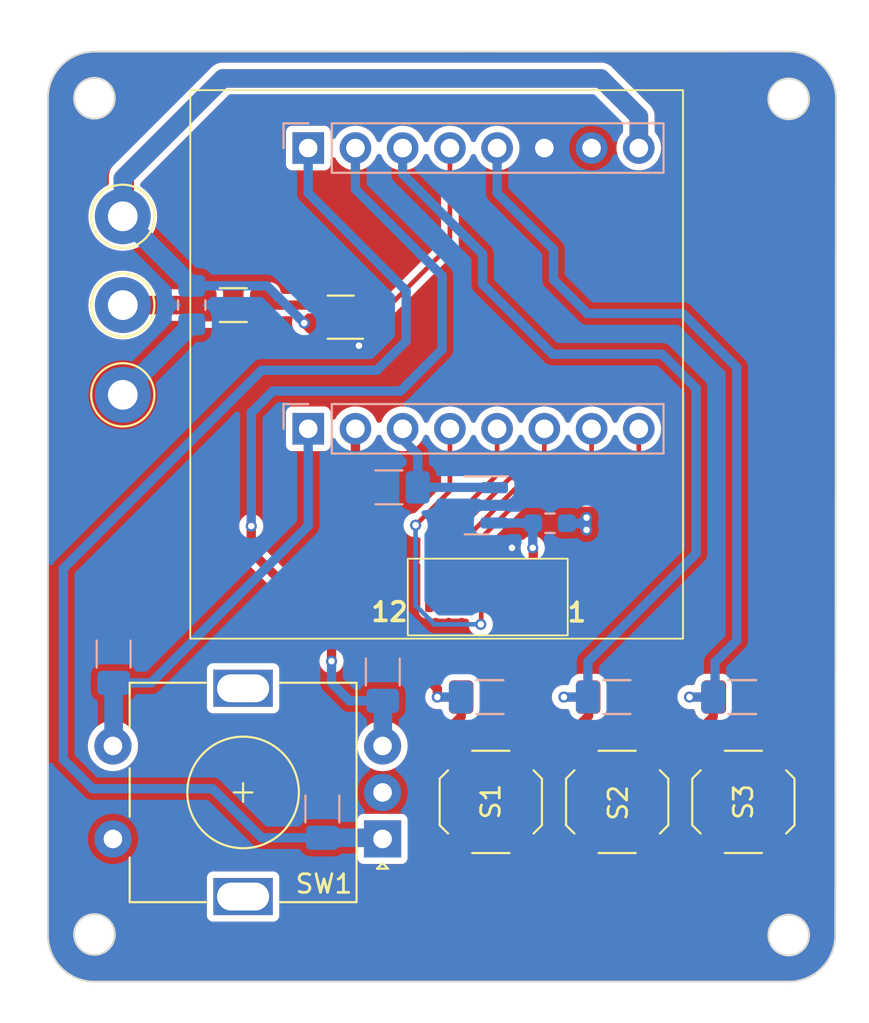
<source format=kicad_pcb>
(kicad_pcb (version 20221018) (generator pcbnew)
  (layers (0 "F.Cu" signal) (31 "B.Cu" signal) (34 "B.Paste" user) (35 "F.Paste" user) (36 "B.SilkS" user "B.Silkscreen") (37 "F.SilkS" user "F.Silkscreen") (38 "B.Mask" user) (39 "F.Mask" user) (44 "Edge.Cuts" user))
  (net 0 "")
  (net 1 "/BTN1")
  (net 2 "GND")
  (net 3 "Net-(D1-LEDA)")
  (net 4 "+3.3V")
  (net 5 "/D{slash}C")
  (net 6 "/DRVR_ON")
  (net 7 "/SCLK")
  (net 8 "/MOSI")
  (net 9 "/RST")
  (net 10 "/ENC1A")
  (net 11 "/ENC1B")
  (net 12 "+5V")
  (net 13 "/SW1")
  (net 14 "/TFT_ON")
  (net 15 "/BTN2")
  (net 16 "/Neo_In")
  (net 17 "/BTN3")
  (net 18 "Net-(J3-Pin_1)")
  (net 19 "Net-(U1-B)")
  (footprint "Button_Switch_SMD:SW_SPST_TL3342" (layer "F.Cu") (at 62.3824 65.3272 90)
    (fp_text reference "S3" (at 0 0 90) (layer "F.SilkS"))
    (fp_text value "RKB2SJM250SMTR_LFS" hide)
    (fp_line (start -2.75 -1) (end -2.75 1) (stroke (width 0.12)) (layer "F.SilkS"))
    (fp_line (start -1.7 -2.3) (end -1.25 -2.75) (stroke (width 0.12)) (layer "F.SilkS"))
    (fp_line (start -1.7 2.3) (end -1.25 2.75) (stroke (width 0.12)) (layer "F.SilkS"))
    (fp_line (start -1.25 -2.75) (end 1.25 -2.75) (stroke (width 0.12)) (layer "F.SilkS"))
    (fp_line (start -1.25 2.75) (end 1.25 2.75) (stroke (width 0.12)) (layer "F.SilkS"))
    (fp_line (start 1.7 -2.3) (end 1.25 -2.75) (stroke (width 0.12)) (layer "F.SilkS"))
    (fp_line (start 1.7 2.3) (end 1.25 2.75) (stroke (width 0.12)) (layer "F.SilkS"))
    (fp_line (start 2.75 -1) (end 2.75 1) (stroke (width 0.12)) (layer "F.SilkS"))
    (pad "1" smd rect (at -3.15 -1.9 90) (size 1.7 1) (layers "F.Cu" "F.Paste" "F.Mask") (net 17 "/BTN3"))
    (pad "1" smd rect (at 3.15 -1.9 90) (size 1.7 1) (layers "F.Cu" "F.Paste" "F.Mask") (net 17 "/BTN3"))
    (pad "2" smd rect (at -3.15 1.9 90) (size 1.7 1) (layers "F.Cu" "F.Paste" "F.Mask") (net 2 "GND"))
    (pad "2" smd rect (at 3.15 1.9 90) (size 1.7 1) (layers "F.Cu" "F.Paste" "F.Mask") (net 2 "GND"))
  )
  (footprint "Resistor_SMD:R_1206_3216Metric_Pad1.30x1.75mm_HandSolder" (layer "F.Cu") (at 34.9504 38.608 180)
    (fp_text reference "R3" hide)
    (fp_text value "220")
    (fp_line (start -0.727064 -0.91) (end 0.727064 -0.91) (stroke (width 0.12)) (layer "F.SilkS"))
    (fp_line (start -0.727064 0.91) (end 0.727064 0.91) (stroke (width 0.12)) (layer "F.SilkS"))
    (pad "1" smd roundrect (at -1.55 0 180) (size 1.3 1.75) (layers "F.Cu" "F.Paste" "F.Mask") (roundrect_rratio 0.1923076923) (net 19 "Net-(U1-B)"))
    (pad "2" smd roundrect (at 1.55 0 180) (size 1.3 1.75) (layers "F.Cu" "F.Paste" "F.Mask") (roundrect_rratio 0.1923076923) (net 18 "Net-(J3-Pin_1)"))
  )
  (footprint "1.Connectors_&_soldering_pads_Library:12pin_SPI_Display_connector_ST7789" (layer "F.Cu") (at 32.63565 56.5472)
    (fp_text reference "D1" hide)
    (fp_text value "~" hide)
    (fp_text user "1" (at 21.4 -0.825 unlocked) (layer "F.SilkS") (effects (font (thickness 0.2) bold) (justify right bottom)))
    (fp_text user "12" (at 11.8 -0.85 unlocked) (layer "F.SilkS") (effects (font (thickness 0.2) bold) (justify right bottom)))
    (fp_rect (start 0 -29.5) (end 26.5 0) (stroke (width 0.1)) (fill none) (layer "F.SilkS"))
    (fp_rect (start 11.7 -4.3) (end 20.3 -0.175) (stroke (width 0.1)) (fill none) (layer "F.SilkS"))
    (pad "1" smd roundrect (at 19.84675 -2.75 90) (size 2.65 0.4435) (layers "F.Cu" "F.Paste" "F.Mask") (net 2 "GND"))
    (pad "2" smd roundrect (at 19.15 -2.75 90) (size 2.65 0.4435) (layers "F.Cu" "F.Paste" "F.Mask") (net 2 "GND"))
    (pad "3" smd roundrect (at 18.44675 -2.75 90) (size 2.65 0.4435) (layers "F.Cu" "F.Paste" "F.Mask") (net 3 "Net-(D1-LEDA)"))
    (pad "4" smd roundrect (at 17.75 -2.75 90) (size 2.65 0.4435) (layers "F.Cu" "F.Paste" "F.Mask") (net 4 "+3.3V"))
    (pad "5" smd roundrect (at 17.04675 -2.75 90) (size 2.65 0.4435) (layers "F.Cu" "F.Paste" "F.Mask") (net 2 "GND"))
    (pad "6" smd roundrect (at 16.35 -2.75 90) (size 2.65 0.4435) (layers "F.Cu" "F.Paste" "F.Mask") (net 2 "GND"))
    (pad "7" smd roundrect (at 15.65 -2.75 90) (size 2.65 0.4435) (layers "F.Cu" "F.Paste" "F.Mask") (net 5 "/D{slash}C"))
    (pad "8" smd roundrect (at 14.94675 -2.75 90) (size 2.65 0.4435) (layers "F.Cu" "F.Paste" "F.Mask") (net 6 "/DRVR_ON"))
    (pad "9" smd roundrect (at 14.25 -2.75 90) (size 2.65 0.4435) (layers "F.Cu" "F.Paste" "F.Mask") (net 7 "/SCLK"))
    (pad "10" smd roundrect (at 13.54675 -2.75 90) (size 2.65 0.4435) (layers "F.Cu" "F.Paste" "F.Mask") (net 8 "/MOSI"))
    (pad "11" smd roundrect (at 12.85 -2.75 90) (size 2.65 0.4435) (layers "F.Cu" "F.Paste" "F.Mask") (net 9 "/RST"))
    (pad "12" smd roundrect (at 12.15 -2.75 90) (size 2.65 0.4435) (layers "F.Cu" "F.Paste" "F.Mask") (net 2 "GND"))
  )
  (footprint "Capacitor_SMD:C_1206_3216Metric_Pad1.33x1.80mm_HandSolder" (layer "F.Cu") (at 62.352 59.6888)
    (fp_text reference "C1" hide)
    (fp_text value "0.1uF")
    (fp_line (start -0.711252 -0.91) (end 0.711252 -0.91) (stroke (width 0.12)) (layer "F.SilkS"))
    (fp_line (start -0.711252 0.91) (end 0.711252 0.91) (stroke (width 0.12)) (layer "F.SilkS"))
    (pad "1" smd roundrect (at -1.5625 0) (size 1.325 1.8) (layers "F.Cu" "F.Paste" "F.Mask") (roundrect_rratio 0.1886792453) (net 17 "/BTN3"))
    (pad "2" smd roundrect (at 1.5625 0) (size 1.325 1.8) (layers "F.Cu" "F.Paste" "F.Mask") (roundrect_rratio 0.1886792453) (net 2 "GND"))
  )
  (footprint "TestPoint:TestPoint_Loop_D2.60mm_Drill1.6mm_Beaded" (layer "F.Cu") (at 29.0068 43.434)
    (fp_text reference "J5" hide)
    (fp_text value "Conn_01x01_Pin" hide)
    (fp_circle (center 0 0) (end 1.7 0) (stroke (width 0.12)) (fill none) (layer "F.SilkS"))
    (pad "1" thru_hole circle (at 0 0) (size 3 3) (drill 1.6) (layers "*.Cu" "*.Mask") (net 2 "GND"))
  )
  (footprint "Button_Switch_SMD:SW_SPST_TL3342" (layer "F.Cu") (at 55.5956 65.3284 90)
    (fp_text reference "S2" (at -0.0508 0.0508 90) (layer "F.SilkS"))
    (fp_text value "RKB2SJM250SMTR_LFS" hide)
    (fp_line (start -2.75 -1) (end -2.75 1) (stroke (width 0.12)) (layer "F.SilkS"))
    (fp_line (start -1.7 -2.3) (end -1.25 -2.75) (stroke (width 0.12)) (layer "F.SilkS"))
    (fp_line (start -1.7 2.3) (end -1.25 2.75) (stroke (width 0.12)) (layer "F.SilkS"))
    (fp_line (start -1.25 -2.75) (end 1.25 -2.75) (stroke (width 0.12)) (layer "F.SilkS"))
    (fp_line (start -1.25 2.75) (end 1.25 2.75) (stroke (width 0.12)) (layer "F.SilkS"))
    (fp_line (start 1.7 -2.3) (end 1.25 -2.75) (stroke (width 0.12)) (layer "F.SilkS"))
    (fp_line (start 1.7 2.3) (end 1.25 2.75) (stroke (width 0.12)) (layer "F.SilkS"))
    (fp_line (start 2.75 -1) (end 2.75 1) (stroke (width 0.12)) (layer "F.SilkS"))
    (pad "1" smd rect (at -3.15 -1.9 90) (size 1.7 1) (layers "F.Cu" "F.Paste" "F.Mask") (net 15 "/BTN2"))
    (pad "1" smd rect (at 3.15 -1.9 90) (size 1.7 1) (layers "F.Cu" "F.Paste" "F.Mask") (net 15 "/BTN2"))
    (pad "2" smd rect (at -3.15 1.9 90) (size 1.7 1) (layers "F.Cu" "F.Paste" "F.Mask") (net 2 "GND"))
    (pad "2" smd rect (at 3.15 1.9 90) (size 1.7 1) (layers "F.Cu" "F.Paste" "F.Mask") (net 2 "GND"))
  )
  (footprint "TestPoint:TestPoint_Loop_D2.60mm_Drill1.6mm_Beaded" (layer "F.Cu") (at 29.0068 38.608 180)
    (fp_text reference "J3" hide)
    (fp_text value "Conn_01x01_Pin" hide)
    (fp_circle (center 0 0) (end 1.7 0) (stroke (width 0.12)) (fill none) (layer "F.SilkS"))
    (pad "1" thru_hole circle (at 0 0 180) (size 3 3) (drill 1.6) (layers "*.Cu" "*.Mask") (net 18 "Net-(J3-Pin_1)"))
  )
  (footprint "Package_TO_SOT_SMD:SOT-363_SC-70-6" (layer "F.Cu") (at 40.7264 39.258 180)
    (fp_text reference "U1" hide)
    (fp_text value "SN74LVC1T45DCK" hide)
    (fp_line (start -0.7 1.16) (end 0.7 1.16) (stroke (width 0.12)) (layer "F.SilkS"))
    (fp_line (start 0.7 -1.16) (end -1.2 -1.16) (stroke (width 0.12)) (layer "F.SilkS"))
    (pad "1" smd rect (at -0.95 -0.65 180) (size 0.65 0.4) (layers "F.Cu" "F.Paste" "F.Mask") (net 4 "+3.3V"))
    (pad "2" smd rect (at -0.95 0 180) (size 0.65 0.4) (layers "F.Cu" "F.Paste" "F.Mask") (net 2 "GND"))
    (pad "3" smd rect (at -0.95 0.65 180) (size 0.65 0.4) (layers "F.Cu" "F.Paste" "F.Mask") (net 16 "/Neo_In"))
    (pad "4" smd rect (at 0.95 0.65 180) (size 0.65 0.4) (layers "F.Cu" "F.Paste" "F.Mask") (net 19 "Net-(U1-B)"))
    (pad "5" smd rect (at 0.95 0 180) (size 0.65 0.4) (layers "F.Cu" "F.Paste" "F.Mask") (net 12 "+5V"))
    (pad "6" smd rect (at 0.95 -0.65 180) (size 0.65 0.4) (layers "F.Cu" "F.Paste" "F.Mask") (net 12 "+5V"))
  )
  (footprint "Button_Switch_SMD:SW_SPST_TL3342" (layer "F.Cu") (at 48.7984 65.3292 90)
    (fp_text reference "S1" (at 0.0204 -0.0004 90) (layer "F.SilkS"))
    (fp_text value "RKB2SJM250SMTR_LFS" hide)
    (fp_line (start -2.75 -1) (end -2.75 1) (stroke (width 0.12)) (layer "F.SilkS"))
    (fp_line (start -1.7 -2.3) (end -1.25 -2.75) (stroke (width 0.12)) (layer "F.SilkS"))
    (fp_line (start -1.7 2.3) (end -1.25 2.75) (stroke (width 0.12)) (layer "F.SilkS"))
    (fp_line (start -1.25 -2.75) (end 1.25 -2.75) (stroke (width 0.12)) (layer "F.SilkS"))
    (fp_line (start -1.25 2.75) (end 1.25 2.75) (stroke (width 0.12)) (layer "F.SilkS"))
    (fp_line (start 1.7 -2.3) (end 1.25 -2.75) (stroke (width 0.12)) (layer "F.SilkS"))
    (fp_line (start 1.7 2.3) (end 1.25 2.75) (stroke (width 0.12)) (layer "F.SilkS"))
    (fp_line (start 2.75 -1) (end 2.75 1) (stroke (width 0.12)) (layer "F.SilkS"))
    (pad "1" smd rect (at -3.15 -1.9 90) (size 1.7 1) (layers "F.Cu" "F.Paste" "F.Mask") (net 1 "/BTN1"))
    (pad "1" smd rect (at 3.15 -1.9 90) (size 1.7 1) (layers "F.Cu" "F.Paste" "F.Mask") (net 1 "/BTN1"))
    (pad "2" smd rect (at -3.15 1.9 90) (size 1.7 1) (layers "F.Cu" "F.Paste" "F.Mask") (net 2 "GND"))
    (pad "2" smd rect (at 3.15 1.9 90) (size 1.7 1) (layers "F.Cu" "F.Paste" "F.Mask") (net 2 "GND"))
  )
  (footprint "Capacitor_SMD:C_1206_3216Metric_Pad1.33x1.80mm_HandSolder" (layer "F.Cu") (at 55.5956 59.6896)
    (fp_text reference "C3" hide)
    (fp_text value "0.1uF")
    (fp_line (start -0.711252 -0.91) (end 0.711252 -0.91) (stroke (width 0.12)) (layer "F.SilkS"))
    (fp_line (start -0.711252 0.91) (end 0.711252 0.91) (stroke (width 0.12)) (layer "F.SilkS"))
    (pad "1" smd roundrect (at -1.5625 0) (size 1.325 1.8) (layers "F.Cu" "F.Paste" "F.Mask") (roundrect_rratio 0.1886792453) (net 15 "/BTN2"))
    (pad "2" smd roundrect (at 1.5625 0) (size 1.325 1.8) (layers "F.Cu" "F.Paste" "F.Mask") (roundrect_rratio 0.1886792453) (net 2 "GND"))
  )
  (footprint "Capacitor_SMD:C_1206_3216Metric_Pad1.33x1.80mm_HandSolder" (layer "F.Cu") (at 48.768 59.69)
    (fp_text reference "C4" hide)
    (fp_text value "0.1uF")
    (fp_line (start -0.711252 -0.91) (end 0.711252 -0.91) (stroke (width 0.12)) (layer "F.SilkS"))
    (fp_line (start -0.711252 0.91) (end 0.711252 0.91) (stroke (width 0.12)) (layer "F.SilkS"))
    (pad "1" smd roundrect (at -1.5625 0) (size 1.325 1.8) (layers "F.Cu" "F.Paste" "F.Mask") (roundrect_rratio 0.1886792453) (net 1 "/BTN1"))
    (pad "2" smd roundrect (at 1.5625 0) (size 1.325 1.8) (layers "F.Cu" "F.Paste" "F.Mask") (roundrect_rratio 0.1886792453) (net 2 "GND"))
  )
  (footprint "Rotary_Encoder:RotaryEncoder_Alps_EC11E-Switch_Vertical_H20mm" (layer "F.Cu") (at 42.97725 67.3196 180)
    (fp_text reference "SW1" (at 3.1496 -2.4168) (layer "F.SilkS"))
    (fp_text value "RotaryEncoder_Switch" hide)
    (fp_line (start -0.3 -1.6) (end 0.3 -1.6) (stroke (width 0.12)) (layer "F.SilkS"))
    (fp_line (start 0 -1.3) (end -0.3 -1.6) (stroke (width 0.12)) (layer "F.SilkS"))
    (fp_line (start 0.3 -1.6) (end 0 -1.3) (stroke (width 0.12)) (layer "F.SilkS"))
    (fp_line (start 1.4 -3.4) (end 1.4 8.4) (stroke (width 0.12)) (layer "F.SilkS"))
    (fp_line (start 5.5 -3.4) (end 1.4 -3.4) (stroke (width 0.12)) (layer "F.SilkS"))
    (fp_line (start 5.5 8.4) (end 1.4 8.4) (stroke (width 0.12)) (layer "F.SilkS"))
    (fp_line (start 7 2.5) (end 8 2.5) (stroke (width 0.12)) (layer "F.SilkS"))
    (fp_line (start 7.5 2) (end 7.5 3) (stroke (width 0.12)) (layer "F.SilkS"))
    (fp_line (start 9.5 -3.4) (end 13.6 -3.4) (stroke (width 0.12)) (layer "F.SilkS"))
    (fp_line (start 13.6 -3.4) (end 13.6 -1) (stroke (width 0.12)) (layer "F.SilkS"))
    (fp_line (start 13.6 1.2) (end 13.6 3.8) (stroke (width 0.12)) (layer "F.SilkS"))
    (fp_line (start 13.6 6) (end 13.6 8.4) (stroke (width 0.12)) (layer "F.SilkS"))
    (fp_line (start 13.6 8.4) (end 9.5 8.4) (stroke (width 0.12)) (layer "F.SilkS"))
    (fp_circle (center 7.5 2.5) (end 10.5 2.5) (stroke (width 0.12)) (fill none) (layer "F.SilkS"))
    (pad "A" thru_hole rect (at 0 0 180) (size 2 2) (drill 1) (layers "*.Cu" "*.Mask") (net 10 "/ENC1A"))
    (pad "B" thru_hole circle (at 0 5 180) (size 2 2) (drill 1) (layers "*.Cu" "*.Mask") (net 11 "/ENC1B"))
    (pad "C" thru_hole circle (at 0 2.5 180) (size 2 2) (drill 1) (layers "*.Cu" "*.Mask") (net 2 "GND"))
    (pad "MP" thru_hole rect (at 7.5 -3.1 180) (size 3.2 2) (drill oval 2.8 1.5) (layers "*.Cu" "*.Mask"))
    (pad "MP" thru_hole rect (at 7.5 8.1 180) (size 3.2 2) (drill oval 2.8 1.5) (layers "*.Cu" "*.Mask"))
    (pad "S1" thru_hole circle (at 14.5 5 180) (size 2 2) (drill 1) (layers "*.Cu" "*.Mask") (net 13 "/SW1"))
    (pad "S2" thru_hole circle (at 14.5 0 180) (size 2 2) (drill 1) (layers "*.Cu" "*.Mask") (net 2 "GND"))
  )
  (footprint "TestPoint:TestPoint_Loop_D2.60mm_Drill1.6mm_Beaded" (layer "F.Cu") (at 29.0068 33.8328)
    (fp_text reference "J4" hide)
    (fp_text value "Conn_01x01_Pin" hide)
    (fp_circle (center 0 0) (end 1.7 0) (stroke (width 0.12)) (fill none) (layer "F.SilkS"))
    (pad "1" thru_hole circle (at 0 0) (size 3 3) (drill 1.6) (layers "*.Cu" "*.Mask") (net 12 "+5V"))
  )
  (footprint "Resistor_SMD:R_1206_3216Metric_Pad1.30x1.75mm_HandSolder" (layer "B.Cu") (at 55.5696 59.6888 180)
    (fp_text reference "R4" hide)
    (fp_text value "1k")
    (fp_line (start -0.727064 -0.91) (end 0.727064 -0.91) (stroke (width 0.12)) (layer "B.SilkS"))
    (fp_line (start -0.727064 0.91) (end 0.727064 0.91) (stroke (width 0.12)) (layer "B.SilkS"))
    (pad "1" smd roundrect (at -1.55 0 180) (size 1.3 1.75) (layers "B.Cu" "B.Paste" "B.Mask") (roundrect_rratio 0.1923076923) (net 4 "+3.3V"))
    (pad "2" smd roundrect (at 1.55 0 180) (size 1.3 1.75) (layers "B.Cu" "B.Paste" "B.Mask") (roundrect_rratio 0.1923076923) (net 15 "/BTN2"))
  )
  (footprint "Resistor_SMD:R_1206_3216Metric_Pad1.30x1.75mm_HandSolder" (layer "B.Cu") (at 62.3068 59.69 180)
    (fp_text reference "R6" hide)
    (fp_text value "1k")
    (fp_line (start -0.727064 -0.91) (end 0.727064 -0.91) (stroke (width 0.12)) (layer "B.SilkS"))
    (fp_line (start -0.727064 0.91) (end 0.727064 0.91) (stroke (width 0.12)) (layer "B.SilkS"))
    (pad "1" smd roundrect (at -1.55 0 180) (size 1.3 1.75) (layers "B.Cu" "B.Paste" "B.Mask") (roundrect_rratio 0.1923076923) (net 4 "+3.3V"))
    (pad "2" smd roundrect (at 1.55 0 180) (size 1.3 1.75) (layers "B.Cu" "B.Paste" "B.Mask") (roundrect_rratio 0.1923076923) (net 17 "/BTN3"))
  )
  (footprint "Resistor_SMD:R_1206_3216Metric_Pad1.30x1.75mm_HandSolder" (layer "B.Cu") (at 42.99165 58.342 -90)
    (fp_text reference "R7" hide)
    (fp_text value "1k")
    (fp_line (start -0.727064 -0.91) (end 0.727064 -0.91) (stroke (width 0.12)) (layer "B.SilkS"))
    (fp_line (start -0.727064 0.91) (end 0.727064 0.91) (stroke (width 0.12)) (layer "B.SilkS"))
    (pad "1" smd roundrect (at -1.55 0 270) (size 1.3 1.75) (layers "B.Cu" "B.Paste" "B.Mask") (roundrect_rratio 0.1923076923) (net 4 "+3.3V"))
    (pad "2" smd roundrect (at 1.55 0 270) (size 1.3 1.75) (layers "B.Cu" "B.Paste" "B.Mask") (roundrect_rratio 0.1923076923) (net 11 "/ENC1B"))
  )
  (footprint "Resistor_SMD:R_0603_1608Metric_Pad0.98x0.95mm_HandSolder" (layer "B.Cu") (at 51.98135 50.3416)
    (fp_text reference "R9" hide)
    (fp_text value "10k")
    (fp_line (start -0.254724 -0.5225) (end 0.254724 -0.5225) (stroke (width 0.12)) (layer "B.SilkS"))
    (fp_line (start -0.254724 0.5225) (end 0.254724 0.5225) (stroke (width 0.12)) (layer "B.SilkS"))
    (pad "1" smd roundrect (at -0.9125 0) (size 0.975 0.95) (layers "B.Cu" "B.Paste" "B.Mask") (net 3 "Net-(D1-LEDA)"))
    (pad "2" smd roundrect (at 0.9125 0) (size 0.975 0.95) (layers "B.Cu" "B.Paste" "B.Mask") (net 2 "GND"))
  )
  (footprint "Connector_PinHeader_2.54mm:PinHeader_1x08_P2.54mm_Vertical" (layer "B.Cu") (at 38.97845 30.1624 -90)
    (fp_text reference "J1" hide)
    (fp_text value "Conn_01x08_Pin" hide)
    (fp_line (start -1.33 -19.11) (end 1.33 -19.11) (stroke (width 0.12)) (layer "B.SilkS"))
    (fp_line (start -1.33 -1.27) (end -1.33 -19.11) (stroke (width 0.12)) (layer "B.SilkS"))
    (fp_line (start -1.33 -1.27) (end 1.33 -1.27) (stroke (width 0.12)) (layer "B.SilkS"))
    (fp_line (start -1.33 0) (end -1.33 1.33) (stroke (width 0.12)) (layer "B.SilkS"))
    (fp_line (start -1.33 1.33) (end 0 1.33) (stroke (width 0.12)) (layer "B.SilkS"))
    (fp_line (start 1.33 -1.27) (end 1.33 -19.11) (stroke (width 0.12)) (layer "B.SilkS"))
    (pad "1" thru_hole rect (at 0 0 270) (size 1.7 1.7) (drill 1) (layers "*.Cu" "*.Mask") (net 10 "/ENC1A"))
    (pad "2" thru_hole oval (at 0 -2.54 270) (size 1.7 1.7) (drill 1) (layers "*.Cu" "*.Mask") (net 11 "/ENC1B"))
    (pad "3" thru_hole oval (at 0 -5.08 270) (size 1.7 1.7) (drill 1) (layers "*.Cu" "*.Mask") (net 15 "/BTN2"))
    (pad "4" thru_hole oval (at 0 -7.62 270) (size 1.7 1.7) (drill 1) (layers "*.Cu" "*.Mask") (net 16 "/Neo_In"))
    (pad "5" thru_hole oval (at 0 -10.16 270) (size 1.7 1.7) (drill 1) (layers "*.Cu" "*.Mask") (net 17 "/BTN3"))
    (pad "6" thru_hole oval (at 0 -12.7 270) (size 1.7 1.7) (drill 1) (layers "*.Cu" "*.Mask") (net 4 "+3.3V"))
    (pad "7" thru_hole oval (at 0 -15.24 270) (size 1.7 1.7) (drill 1) (layers "*.Cu" "*.Mask") (net 2 "GND"))
    (pad "8" thru_hole oval (at 0 -17.78 270) (size 1.7 1.7) (drill 1) (layers "*.Cu" "*.Mask") (net 12 "+5V"))
  )
  (footprint "Package_TO_SOT_SMD:SOT-23" (layer "B.Cu") (at 48.04395 49.3764 180)
    (fp_text reference "Q1" hide)
    (fp_text value "2N7002K" hide)
    (fp_line (start 0 -1.56) (end -0.65 -1.56) (stroke (width 0.12)) (layer "B.SilkS"))
    (fp_line (start 0 -1.56) (end 0.65 -1.56) (stroke (width 0.12)) (layer "B.SilkS"))
    (fp_line (start 0 1.56) (end -1.675 1.56) (stroke (width 0.12)) (layer "B.SilkS"))
    (fp_line (start 0 1.56) (end 0.65 1.56) (stroke (width 0.12)) (layer "B.SilkS"))
    (pad "1" smd roundrect (at -0.9375 0.95 180) (size 1.475 0.6) (layers "B.Cu" "B.Paste" "B.Mask") (net 14 "/TFT_ON"))
    (pad "2" smd roundrect (at -0.9375 -0.95 180) (size 1.475 0.6) (layers "B.Cu" "B.Paste" "B.Mask") (net 3 "Net-(D1-LEDA)"))
    (pad "3" smd roundrect (at 0.9375 0 180) (size 1.475 0.6) (layers "B.Cu" "B.Paste" "B.Mask") (net 4 "+3.3V"))
  )
  (footprint "Resistor_SMD:R_1206_3216Metric_Pad1.30x1.75mm_HandSolder" (layer "B.Cu") (at 43.32125 48.4112)
    (fp_text reference "R1" hide)
    (fp_text value "1k")
    (fp_line (start -0.727064 -0.91) (end 0.727064 -0.91) (stroke (width 0.12)) (layer "B.SilkS"))
    (fp_line (start -0.727064 0.91) (end 0.727064 0.91) (stroke (width 0.12)) (layer "B.SilkS"))
    (pad "1" smd roundrect (at -1.55 0) (size 1.3 1.75) (layers "B.Cu" "B.Paste" "B.Mask") (roundrect_rratio 0.1923076923) (net 4 "+3.3V"))
    (pad "2" smd roundrect (at 1.55 0) (size 1.3 1.75) (layers "B.Cu" "B.Paste" "B.Mask") (roundrect_rratio 0.1923076923) (net 14 "/TFT_ON"))
  )
  (footprint "Resistor_SMD:R_1206_3216Metric_Pad1.30x1.75mm_HandSolder" (layer "B.Cu") (at 48.7432 59.69 180)
    (fp_text reference "R8" hide)
    (fp_text value "1k")
    (fp_line (start -0.727064 -0.91) (end 0.727064 -0.91) (stroke (width 0.12)) (layer "B.SilkS"))
    (fp_line (start -0.727064 0.91) (end 0.727064 0.91) (stroke (width 0.12)) (layer "B.SilkS"))
    (pad "1" smd roundrect (at -1.55 0 180) (size 1.3 1.75) (layers "B.Cu" "B.Paste" "B.Mask") (roundrect_rratio 0.1923076923) (net 4 "+3.3V"))
    (pad "2" smd roundrect (at 1.55 0 180) (size 1.3 1.75) (layers "B.Cu" "B.Paste" "B.Mask") (roundrect_rratio 0.1923076923) (net 1 "/BTN1"))
  )
  (footprint "Connector_PinHeader_2.54mm:PinHeader_1x08_P2.54mm_Vertical" (layer "B.Cu") (at 38.97845 45.2616 -90)
    (fp_text reference "J2" hide)
    (fp_text value "Conn_01x08_Pin" hide)
    (fp_line (start -1.33 -19.11) (end 1.33 -19.11) (stroke (width 0.12)) (layer "B.SilkS"))
    (fp_line (start -1.33 -1.27) (end -1.33 -19.11) (stroke (width 0.12)) (layer "B.SilkS"))
    (fp_line (start -1.33 -1.27) (end 1.33 -1.27) (stroke (width 0.12)) (layer "B.SilkS"))
    (fp_line (start -1.33 0) (end -1.33 1.33) (stroke (width 0.12)) (layer "B.SilkS"))
    (fp_line (start -1.33 1.33) (end 0 1.33) (stroke (width 0.12)) (layer "B.SilkS"))
    (fp_line (start 1.33 -1.27) (end 1.33 -19.11) (stroke (width 0.12)) (layer "B.SilkS"))
    (pad "1" thru_hole rect (at 0 0 270) (size 1.7 1.7) (drill 1) (layers "*.Cu" "*.Mask") (net 13 "/SW1"))
    (pad "2" thru_hole oval (at 0 -2.54 270) (size 1.7 1.7) (drill 1) (layers "*.Cu" "*.Mask") (net 1 "/BTN1"))
    (pad "3" thru_hole oval (at 0 -5.08 270) (size 1.7 1.7) (drill 1) (layers "*.Cu" "*.Mask") (net 14 "/TFT_ON"))
    (pad "4" thru_hole oval (at 0 -7.62 270) (size 1.7 1.7) (drill 1) (layers "*.Cu" "*.Mask") (net 5 "/D{slash}C"))
    (pad "5" thru_hole oval (at 0 -10.16 270) (size 1.7 1.7) (drill 1) (layers "*.Cu" "*.Mask") (net 9 "/RST"))
    (pad "6" thru_hole oval (at 0 -12.7 270) (size 1.7 1.7) (drill 1) (layers "*.Cu" "*.Mask") (net 8 "/MOSI"))
    (pad "7" thru_hole oval (at 0 -15.24 270) (size 1.7 1.7) (drill 1) (layers "*.Cu" "*.Mask") (net 7 "/SCLK"))
    (pad "8" thru_hole oval (at 0 -17.78 270) (size 1.7 1.7) (drill 1) (layers "*.Cu" "*.Mask") (net 6 "/DRVR_ON"))
  )
  (footprint "Resistor_SMD:R_1206_3216Metric_Pad1.30x1.75mm_HandSolder" (layer "B.Cu") (at 39.74045 65.708 -90)
    (fp_text reference "R5" hide)
    (fp_text value "1k")
    (fp_line (start -0.727064 -0.91) (end 0.727064 -0.91) (stroke (width 0.12)) (layer "B.SilkS"))
    (fp_line (start -0.727064 0.91) (end 0.727064 0.91) (stroke (width 0.12)) (layer "B.SilkS"))
    (pad "1" smd roundrect (at -1.55 0 270) (size 1.3 1.75) (layers "B.Cu" "B.Paste" "B.Mask") (roundrect_rratio 0.1923076923) (net 4 "+3.3V"))
    (pad "2" smd roundrect (at 1.55 0 270) (size 1.3 1.75) (layers "B.Cu" "B.Paste" "B.Mask") (roundrect_rratio 0.1923076923) (net 10 "/ENC1A"))
  )
  (footprint "Capacitor_SMD:C_0805_2012Metric_Pad1.18x1.45mm_HandSolder" (layer "B.Cu") (at 32.7152 38.608 -90)
    (fp_text reference "C2" hide)
    (fp_text value "22uF")
    (fp_line (start -0.261252 -0.735) (end 0.261252 -0.735) (stroke (width 0.12)) (layer "B.SilkS"))
    (fp_line (start -0.261252 0.735) (end 0.261252 0.735) (stroke (width 0.12)) (layer "B.SilkS"))
    (pad "1" smd roundrect (at -1.0375 0 270) (size 1.175 1.45) (layers "B.Cu" "B.Paste" "B.Mask") (roundrect_rratio 0.2127659574) (net 12 "+5V"))
    (pad "2" smd roundrect (at 1.0375 0 270) (size 1.175 1.45) (layers "B.Cu" "B.Paste" "B.Mask") (roundrect_rratio 0.2127659574) (net 2 "GND"))
  )
  (footprint "Resistor_SMD:R_1206_3216Metric_Pad1.30x1.75mm_HandSolder" (layer "B.Cu") (at 28.51365 57.378 -90)
    (fp_text reference "R2" hide)
    (fp_text value "1k")
    (fp_line (start -0.727064 -0.91) (end 0.727064 -0.91) (stroke (width 0.12)) (layer "B.SilkS"))
    (fp_line (start -0.727064 0.91) (end 0.727064 0.91) (stroke (width 0.12)) (layer "B.SilkS"))
    (pad "1" smd roundrect (at -1.55 0 270) (size 1.3 1.75) (layers "B.Cu" "B.Paste" "B.Mask") (roundrect_rratio 0.1923076923) (net 4 "+3.3V"))
    (pad "2" smd roundrect (at 1.55 0 270) (size 1.3 1.75) (layers "B.Cu" "B.Paste" "B.Mask") (roundrect_rratio 0.1923076923) (net 13 "/SW1"))
  )
  (gr_arc (start 64.8208 24.974769) (mid 66.653856 25.7556) (end 67.3608 27.6184) (stroke (width 0.1)) (layer "Edge.Cuts"))
  (gr_line (start 64.8208 24.974769) (end 27.4828 24.9828) (stroke (width 0.1)) (layer "Edge.Cuts"))
  (gr_circle (center 27.4828 27.4828) (end 28.5828 27.4828) (stroke (width 0.1)) (fill none) (layer "Edge.Cuts"))
  (gr_line (start 24.9828 27.4828) (end 24.9828 72.4916) (stroke (width 0.1)) (layer "Edge.Cuts"))
  (gr_arc (start 24.9828 27.4828) (mid 25.715033 25.715033) (end 27.4828 24.9828) (stroke (width 0.1)) (layer "Edge.Cuts"))
  (gr_line (start 67.3208 72.4916) (end 67.3608 27.6184) (stroke (width 0.1)) (layer "Edge.Cuts"))
  (gr_circle (center 64.8208 27.5168) (end 65.9208 27.5168) (stroke (width 0.1)) (fill none) (layer "Edge.Cuts"))
  (gr_circle (center 27.4828 72.4576) (end 28.5828 72.4576) (stroke (width 0.1)) (fill none) (layer "Edge.Cuts"))
  (gr_arc (start 27.4828 74.9916) (mid 25.715033 74.259367) (end 24.9828 72.4916) (stroke (width 0.1)) (layer "Edge.Cuts"))
  (gr_line (start 27.4828 74.9916) (end 64.8208 74.9916) (stroke (width 0.1)) (layer "Edge.Cuts"))
  (gr_arc (start 67.3208 72.4916) (mid 66.588567 74.259367) (end 64.8208 74.9916) (stroke (width 0.1)) (layer "Edge.Cuts"))
  (gr_circle (center 64.8208 72.4916) (end 65.9208 72.4916) (stroke (width 0.1)) (fill none) (layer "Edge.Cuts"))
  (segment (start 45.9232 59.2328) (end 45.9232 59.69) (width 0.5) (layer "F.Cu") (net 1))
  (segment (start 47.2055 59.69) (end 47.2055 60.7445) (width 0.5) (layer "F.Cu") (net 1))
  (segment (start 46.8984 61.0516) (end 46.8984 62.1792) (width 0.5) (layer "F.Cu") (net 1))
  (segment (start 41.51845 45.2616) (end 41.51845 54.82805) (width 0.5) (layer "F.Cu") (net 1))
  (segment (start 45.9232 59.69) (end 47.2055 59.69) (width 0.5) (layer "F.Cu") (net 1))
  (segment (start 41.51845 54.82805) (end 45.9232 59.2328) (width 0.5) (layer "F.Cu") (net 1))
  (segment (start 46.8984 68.4792) (end 46.8984 62.1792) (width 0.5) (layer "F.Cu") (net 1))
  (segment (start 47.2055 60.7445) (end 46.8984 61.0516) (width 0.5) (layer "F.Cu") (net 1))
  (via (at 45.9232 59.69) (size 0.6) (drill 0.35) (layers "F.Cu" "B.Cu") (net 1))
  (segment (start 47.1932 59.69) (end 45.9232 59.69) (width 0.5) (layer "B.Cu") (net 1))
  (segment (start 42.9156 39.258) (end 43.3832 39.7256) (width 0.5) (layer "F.Cu") (net 2))
  (segment (start 41.6764 39.258) (end 42.9156 39.258) (width 0.5) (layer "F.Cu") (net 2))
  (via (at 53.9496 50.6984) (size 0.6) (drill 0.35) (layers "F.Cu" "B.Cu") (net 2))
  (via (at 53.9496 50.038) (size 0.6) (drill 0.35) (layers "F.Cu" "B.Cu") (net 2))
  (segment (start 52.89385 50.3416) (end 53.646 50.3416) (width 0.5) (layer "B.Cu") (net 2))
  (segment (start 53.646 50.3416) (end 53.9496 50.038) (width 0.5) (layer "B.Cu") (net 2))
  (segment (start 29.0068 43.434) (end 29.0068 43.3539) (width 1) (layer "B.Cu") (net 2))
  (segment (start 53.9496 50.6452) (end 53.646 50.3416) (width 0.5) (layer "B.Cu") (net 2))
  (segment (start 29.0068 43.3539) (end 32.7152 39.6455) (width 1) (layer "B.Cu") (net 2))
  (segment (start 53.9496 50.038) (end 53.9496 50.6984) (width 0.5) (layer "B.Cu") (net 2))
  (segment (start 53.9496 50.6984) (end 53.9496 50.6452) (width 0.5) (layer "B.Cu") (net 2))
  (segment (start 51.0824 51.692) (end 51.0824 53.7972) (width 0.5) (layer "F.Cu") (net 3))
  (segment (start 51.054 51.6636) (end 51.0824 51.692) (width 0.5) (layer "F.Cu") (net 3))
  (via (at 51.054 51.6636) (size 0.6) (drill 0.35) (layers "F.Cu" "B.Cu") (net 3))
  (segment (start 48.98145 50.3264) (end 51.05365 50.3264) (width 0.5) (layer "B.Cu") (net 3))
  (segment (start 51.054 51.6636) (end 51.054 50.35645) (width 0.5) (layer "B.Cu") (net 3))
  (segment (start 51.054 50.35645) (end 51.06885 50.3416) (width 0.5) (layer "B.Cu") (net 3))
  (segment (start 51.05365 50.3264) (end 51.06885 50.3416) (width 0.5) (layer "B.Cu") (net 3))
  (segment (start 50.38565 53.7972) (end 50.38565 52.11285) (width 0.25) (layer "F.Cu") (net 4))
  (segment (start 41.7068 39.958) (end 41.6764 39.958) (width 0.5) (layer "F.Cu") (net 4))
  (segment (start 50.38565 52.11285) (end 49.9364 51.6636) (width 0.25) (layer "F.Cu") (net 4))
  (segment (start 41.7068 40.7924) (end 41.7068 39.958) (width 0.5) (layer "F.Cu") (net 4))
  (via (at 41.7068 40.7924) (size 0.6) (drill 0.35) (layers "F.Cu" "B.Cu") (net 4))
  (via (at 49.9364 51.6636) (size 0.6) (drill 0.35) (layers "F.Cu" "B.Cu") (net 4))
  (segment (start 47.10645 50.66245) (end 48.1076 51.6636) (width 0.5) (layer "B.Cu") (net 4))
  (segment (start 48.1076 51.6636) (end 49.9364 51.6636) (width 0.5) (layer "B.Cu") (net 4))
  (segment (start 47.10645 49.3764) (end 47.10645 50.66245) (width 0.5) (layer "B.Cu") (net 4))
  (segment (start 48.28565 55.75275) (end 48.26 55.7784) (width 0.25) (layer "F.Cu") (net 5))
  (segment (start 48.28565 53.7972) (end 48.28565 55.75275) (width 0.25) (layer "F.Cu") (net 5))
  (segment (start 44.7548 50.4444) (end 46.59845 48.60075) (width 0.25) (layer "F.Cu") (net 5))
  (segment (start 46.59845 48.60075) (end 46.59845 45.2616) (width 0.25) (layer "F.Cu") (net 5))
  (via (at 48.26 55.7784) (size 0.6) (drill 0.35) (layers "F.Cu" "B.Cu") (net 5))
  (via (at 44.7548 50.4444) (size 0.6) (drill 0.35) (layers "F.Cu" "B.Cu") (net 5))
  (segment (start 44.7548 54.7624) (end 44.7548 50.4444) (width 0.25) (layer "B.Cu") (net 5))
  (segment (start 48.26 55.7784) (end 45.7708 55.7784) (width 0.25) (layer "B.Cu") (net 5))
  (segment (start 45.7708 55.7784) (end 44.7548 54.7624) (width 0.25) (layer "B.Cu") (net 5))
  (segment (start 56.75845 46.97515) (end 56.75845 45.2616) (width 0.25) (layer "F.Cu") (net 6))
  (segment (start 54.7624 48.9712) (end 56.75845 46.97515) (width 0.25) (layer "F.Cu") (net 6))
  (segment (start 50.4444 48.9712) (end 54.7624 48.9712) (width 0.25) (layer "F.Cu") (net 6))
  (segment (start 47.5824 53.7972) (end 47.5824 51.8332) (width 0.25) (layer "F.Cu") (net 6))
  (segment (start 47.5824 51.8332) (end 50.4444 48.9712) (width 0.25) (layer "F.Cu") (net 6))
  (segment (start 50.1904 48.4124) (end 52.7812 48.4124) (width 0.25) (layer "F.Cu") (net 7))
  (segment (start 46.88565 51.71715) (end 50.1904 48.4124) (width 0.25) (layer "F.Cu") (net 7))
  (segment (start 52.7812 48.4124) (end 54.21845 46.97515) (width 0.25) (layer "F.Cu") (net 7))
  (segment (start 46.88565 53.7972) (end 46.88565 51.71715) (width 0.25) (layer "F.Cu") (net 7))
  (segment (start 54.21845 46.97515) (end 54.21845 45.2616) (width 0.25) (layer "F.Cu") (net 7))
  (segment (start 46.1824 53.7972) (end 46.1824 51.5568) (width 0.25) (layer "F.Cu") (net 8))
  (segment (start 49.8348 47.9044) (end 50.3936 47.9044) (width 0.25) (layer "F.Cu") (net 8))
  (segment (start 46.1824 51.5568) (end 49.8348 47.9044) (width 0.25) (layer "F.Cu") (net 8))
  (segment (start 50.3936 47.9044) (end 51.67845 46.61955) (width 0.25) (layer "F.Cu") (net 8))
  (segment (start 51.67845 46.61955) (end 51.67845 45.2616) (width 0.25) (layer "F.Cu") (net 8))
  (segment (start 49.13845 45.2616) (end 49.13845 47.73715) (width 0.25) (layer "F.Cu") (net 9))
  (segment (start 49.13845 47.73715) (end 45.48565 51.38995) (width 0.25) (layer "F.Cu") (net 9))
  (segment (start 45.48565 51.38995) (end 45.48565 53.7972) (width 0.25) (layer "F.Cu") (net 9))
  (segment (start 38.97845 32.57765) (end 44.2468 37.846) (width 0.5) (layer "B.Cu") (net 10))
  (segment (start 33.8328 64.6176) (end 36.4732 67.258) (width 0.5) (layer "B.Cu") (net 10))
  (segment (start 36.4744 42.1132) (end 25.8064 52.7812) (width 0.5) (layer "B.Cu") (net 10))
  (segment (start 39.74045 67.258) (end 42.91565 67.258) (width 1) (layer "B.Cu") (net 10))
  (segment (start 25.8064 63.0428) (end 27.3812 64.6176) (width 0.5) (layer "B.Cu") (net 10))
  (segment (start 44.2468 37.846) (end 44.2468 40.5384) (width 0.5) (layer "B.Cu") (net 10))
  (segment (start 42.672 42.1132) (end 36.4744 42.1132) (width 0.5) (layer "B.Cu") (net 10))
  (segment (start 27.3812 64.6176) (end 33.8328 64.6176) (width 0.5) (layer "B.Cu") (net 10))
  (segment (start 25.8064 52.7812) (end 25.8064 63.0428) (width 0.5) (layer "B.Cu") (net 10))
  (segment (start 38.97845 30.1624) (end 38.97845 32.57765) (width 0.5) (layer "B.Cu") (net 10))
  (segment (start 44.2468 40.5384) (end 42.672 42.1132) (width 0.5) (layer "B.Cu") (net 10))
  (segment (start 42.91565 67.258) (end 42.97725 67.3196) (width 1) (layer "B.Cu") (net 10))
  (segment (start 36.4732 67.258) (end 39.74045 67.258) (width 0.5) (layer "B.Cu") (net 10))
  (segment (start 40.2336 56.1848) (end 40.2336 57.7596) (width 0.5) (layer "F.Cu") (net 11))
  (segment (start 35.9156 51.8668) (end 40.2336 56.1848) (width 0.5) (layer "F.Cu") (net 11))
  (segment (start 35.9156 50.4952) (end 35.9156 51.8668) (width 0.5) (layer "F.Cu") (net 11))
  (via (at 40.2336 57.7596) (size 0.6) (drill 0.35) (layers "F.Cu" "B.Cu") (net 11))
  (via (at 35.9156 50.4952) (size 0.6) (drill 0.35) (layers "F.Cu" "B.Cu") (net 11))
  (segment (start 41.1976 59.892) (end 42.99165 59.892) (width 0.5) (layer "B.Cu") (net 11))
  (segment (start 42.99165 59.892) (end 42.99165 62.3052) (width 1) (layer "B.Cu") (net 11))
  (segment (start 42.99165 62.3052) (end 42.97725 62.3196) (width 1) (layer "B.Cu") (net 11))
  (segment (start 46.1772 37.0332) (end 46.1772 40.9956) (width 0.5) (layer "B.Cu") (net 11))
  (segment (start 43.942 43.2308) (end 37.084 43.2308) (width 0.5) (layer "B.Cu") (net 11))
  (segment (start 45.9232 41.2496) (end 43.942 43.2308) (width 0.5) (layer "B.Cu") (net 11))
  (segment (start 46.1772 40.9956) (end 45.9232 41.2496) (width 0.5) (layer "B.Cu") (net 11))
  (segment (start 35.9156 44.3992) (end 35.9156 50.4952) (width 0.5) (layer "B.Cu") (net 11))
  (segment (start 41.51845 32.37445) (end 46.1772 37.0332) (width 0.5) (layer "B.Cu") (net 11))
  (segment (start 37.084 43.2308) (end 35.9156 44.3992) (width 0.5) (layer "B.Cu") (net 11))
  (segment (start 40.2336 57.7596) (end 40.2336 58.928) (width 0.5) (layer "B.Cu") (net 11))
  (segment (start 40.2336 58.928) (end 41.1976 59.892) (width 0.5) (layer "B.Cu") (net 11))
  (segment (start 41.51845 30.1624) (end 41.51845 32.37445) (width 0.5) (layer "B.Cu") (net 11))
  (segment (start 39.0952 39.908) (end 38.7604 39.5732) (width 0.5) (layer "F.Cu") (net 12))
  (segment (start 39.4416 39.5732) (end 39.7764 39.908) (width 0.5) (layer "F.Cu") (net 12))
  (segment (start 38.7604 39.5732) (end 39.4416 39.5732) (width 0.5) (layer "F.Cu") (net 12))
  (segment (start 39.7764 39.908) (end 39.0952 39.908) (width 0.5) (layer "F.Cu") (net 12))
  (segment (start 56.75845 30.1624) (end 56.75845 28.46285) (width 1) (layer "F.Cu") (net 12))
  (segment (start 38.7604 39.5732) (end 39.0256 39.308) (width 0.5) (layer "F.Cu") (net 12))
  (segment (start 39.0256 39.308) (end 39.7764 39.308) (width 0.5) (layer "F.Cu") (net 12))
  (segment (start 39.7764 39.908) (end 39.7764 39.308) (width 0.5) (layer "F.Cu") (net 12))
  (segment (start 34.3916 26.416) (end 29.1084 31.6992) (width 1) (layer "F.Cu") (net 12))
  (segment (start 29.1084 31.6992) (end 29.1084 33.7312) (width 1) (layer "F.Cu") (net 12))
  (segment (start 54.7116 26.416) (end 34.3916 26.416) (width 1) (layer "F.Cu") (net 12))
  (segment (start 29.1084 33.7312) (end 29.0068 33.8328) (width 1) (layer "F.Cu") (net 12))
  (segment (start 56.75845 28.46285) (end 54.7116 26.416) (width 1) (layer "F.Cu") (net 12))
  (via (at 38.7604 39.5732) (size 0.6) (drill 0.35) (layers "F.Cu" "B.Cu") (net 12))
  (segment (start 36.7577 37.5705) (end 32.7152 37.5705) (width 0.5) (layer "B.Cu") (net 12))
  (segment (start 38.7604 39.5732) (end 36.7577 37.5705) (width 0.5) (layer "B.Cu") (net 12))
  (segment (start 56.75845 30.1624) (end 56.75845 28.46285) (width 1) (layer "B.Cu") (net 12))
  (segment (start 34.3916 26.416) (end 29.0068 31.8008) (width 1) (layer "B.Cu") (net 12))
  (segment (start 54.7116 26.416) (end 34.3916 26.416) (width 1) (layer "B.Cu") (net 12))
  (segment (start 56.75845 28.46285) (end 54.7116 26.416) (width 1) (layer "B.Cu") (net 12))
  (segment (start 29.0068 33.8328) (end 29.0068 33.8621) (width 1) (layer "B.Cu") (net 12))
  (segment (start 29.0068 33.8621) (end 32.7152 37.5705) (width 1) (layer "B.Cu") (net 12))
  (segment (start 29.0068 31.8008) (end 29.0068 33.8328) (width 1) (layer "B.Cu") (net 12))
  (segment (start 38.97845 50.48035) (end 30.5308 58.928) (width 0.5) (layer "B.Cu") (net 13))
  (segment (start 28.51365 62.2832) (end 28.47725 62.3196) (width 1) (layer "B.Cu") (net 13))
  (segment (start 38.97845 45.2616) (end 38.97845 50.48035) (width 0.5) (layer "B.Cu") (net 13))
  (segment (start 30.5308 58.928) (end 28.51365 58.928) (width 0.5) (layer "B.Cu") (net 13))
  (segment (start 28.51365 58.928) (end 28.51365 62.2832) (width 1) (layer "B.Cu") (net 13))
  (segment (start 48.96625 48.4112) (end 48.98145 48.4264) (width 0.5) (layer "B.Cu") (net 14))
  (segment (start 44.05845 45.2616) (end 44.05845 45.83645) (width 0.5) (layer "B.Cu") (net 14))
  (segment (start 44.87125 46.64925) (end 44.87125 48.4112) (width 0.5) (layer "B.Cu") (net 14))
  (segment (start 44.87125 48.4112) (end 48.96625 48.4112) (width 0.5) (layer "B.Cu") (net 14))
  (segment (start 44.05845 45.83645) (end 44.87125 46.64925) (width 0.5) (layer "B.Cu") (net 14))
  (segment (start 54.0331 59.6896) (end 54.0512 59.7077) (width 0.5) (layer "F.Cu") (net 15))
  (segment (start 53.6956 61.0616) (end 53.6956 62.1784) (width 0.5) (layer "F.Cu") (net 15))
  (segment (start 53.6956 68.4784) (end 53.6956 62.1784) (width 0.5) (layer "F.Cu") (net 15))
  (segment (start 54.0512 59.7077) (end 54.0512 60.706) (width 0.5) (layer "F.Cu") (net 15))
  (segment (start 52.7304 59.69) (end 54.0327 59.69) (width 0.5) (layer "F.Cu") (net 15))
  (segment (start 54.0512 60.706) (end 53.6956 61.0616) (width 0.5) (layer "F.Cu") (net 15))
  (segment (start 54.0327 59.69) (end 54.0331 59.6896) (width 0.5) (layer "F.Cu") (net 15))
  (via (at 52.7304 59.69) (size 0.6) (drill 0.35) (layers "F.Cu" "B.Cu") (net 15))
  (segment (start 48.3616 35.8648) (end 48.3616 37.4904) (width 0.5) (layer "B.Cu") (net 15))
  (segment (start 44.05845 31.56165) (end 48.3616 35.8648) (width 0.5) (layer "B.Cu") (net 15))
  (segment (start 54.0196 59.6888) (end 52.7316 59.6888) (width 0.5) (layer "B.Cu") (net 15))
  (segment (start 59.8424 51.9684) (end 54.0196 57.7912) (width 0.5) (layer "B.Cu") (net 15))
  (segment (start 52.7316 59.6888) (end 52.7304 59.69) (width 0.5) (layer "B.Cu") (net 15))
  (segment (start 48.3616 37.4904) (end 52.1208 41.2496) (width 0.5) (layer "B.Cu") (net 15))
  (segment (start 54.0196 57.7912) (end 54.0196 59.6888) (width 0.5) (layer "B.Cu") (net 15))
  (segment (start 44.05845 30.1624) (end 44.05845 31.56165) (width 0.5) (layer "B.Cu") (net 15))
  (segment (start 52.1208 41.2496) (end 58.0136 41.2496) (width 0.5) (layer "B.Cu") (net 15))
  (segment (start 59.8424 43.0784) (end 59.8424 51.9684) (width 0.5) (layer "B.Cu") (net 15))
  (segment (start 58.0136 41.2496) (end 59.8424 43.0784) (width 0.5) (layer "B.Cu") (net 15))
  (segment (start 41.6764 38.608) (end 43.3832 38.608) (width 0.25) (layer "F.Cu") (net 16))
  (segment (start 46.59845 35.39275) (end 46.59845 30.1624) (width 0.25) (layer "F.Cu") (net 16))
  (segment (start 43.3832 38.608) (end 46.59845 35.39275) (width 0.25) (layer "F.Cu") (net 16))
  (segment (start 60.7883 59.69) (end 60.7895 59.6888) (width 0.5) (layer "F.Cu") (net 17))
  (segment (start 60.7895 59.6888) (end 60.7568 59.7215) (width 0.5) (layer "F.Cu") (net 17))
  (segment (start 60.4824 61.0312) (end 60.4824 62.1772) (width 0.5) (layer "F.Cu") (net 17))
  (segment (start 60.7568 60.7568) (end 60.4824 61.0312) (width 0.5) (layer "F.Cu") (net 17))
  (segment (start 59.4868 59.69) (end 60.7883 59.69) (width 0.5) (layer "F.Cu") (net 17))
  (segment (start 60.7568 59.7215) (end 60.7568 60.7568) (width 0.5) (layer "F.Cu") (net 17))
  (segment (start 60.4824 68.4772) (end 60.4824 62.1772) (width 0.5) (layer "F.Cu") (net 17))
  (via (at 59.4868 59.69) (size 0.6) (drill 0.35) (layers "F.Cu" "B.Cu") (net 17))
  (segment (start 62.0268 56.642) (end 60.8584 57.8104) (width 0.5) (layer "B.Cu") (net 17))
  (segment (start 60.8584 57.8104) (end 60.8584 59.5884) (width 0.5) (layer "B.Cu") (net 17))
  (segment (start 60.7568 59.69) (end 59.4868 59.69) (width 0.5) (layer "B.Cu") (net 17))
  (segment (start 62.0268 41.9608) (end 62.0268 56.642) (width 0.5) (layer "B.Cu") (net 17))
  (segment (start 52.1716 37.2364) (end 54.0004 39.0652) (width 0.5) (layer "B.Cu") (net 17))
  (segment (start 54.0004 39.0652) (end 59.1312 39.0652) (width 0.5) (layer "B.Cu") (net 17))
  (segment (start 52.1716 35.6108) (end 52.1716 37.2364) (width 0.5) (layer "B.Cu") (net 17))
  (segment (start 49.13845 32.57765) (end 52.1716 35.6108) (width 0.5) (layer "B.Cu") (net 17))
  (segment (start 59.1312 39.0652) (end 62.0268 41.9608) (width 0.5) (layer "B.Cu") (net 17))
  (segment (start 60.8584 59.5884) (end 60.7568 59.69) (width 0.5) (layer "B.Cu") (net 17))
  (segment (start 49.13845 30.1624) (end 49.13845 32.57765) (width 0.5) (layer "B.Cu") (net 17))
  (segment (start 33.274 38.608) (end 29.0068 38.608) (width 1) (layer "F.Cu") (net 18))
  (segment (start 39.7764 38.608) (end 36.374 38.608) (width 0.5) (layer "F.Cu") (net 19))
  (zone (net 2) (net_name "GND") (layer "F.Cu") (connect_pads yes (clearance 0.35)) (min_thickness 0.3) (fill yes (thermal_gap 0.35) (thermal_bridge_width 0.5))
    (polygon (pts (xy 23.6728 23.8252) (xy 68.072 23.7744) (xy 68.1228 76.2508) (xy 23.7236 76.3524)))
  )
  (zone (net 4) (net_name "+3.3V") (layer "B.Cu") (priority 1) (connect_pads yes (clearance 0.35)) (min_thickness 0.3) (fill yes (thermal_gap 0.35) (thermal_bridge_width 0.5))
    (polygon (pts (xy 22.4028 22.1996) (xy 68.834 22.5044) (xy 69.1388 77.216) (xy 22.5552 77.216)))
  )
)
</source>
